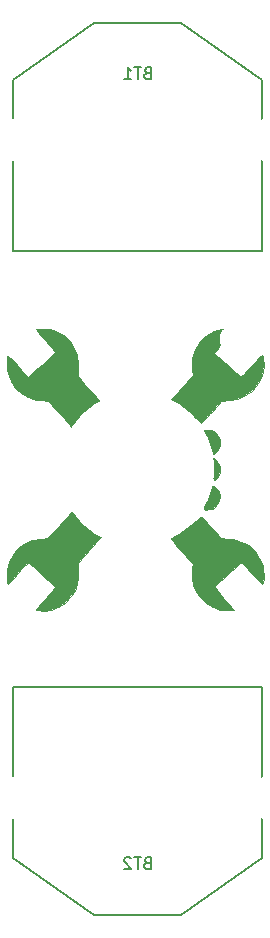
<source format=gbo>
G04 #@! TF.GenerationSoftware,KiCad,Pcbnew,(2017-01-24 revision 0b6147e)-makepkg*
G04 #@! TF.CreationDate,2017-06-09T12:43:39-07:00*
G04 #@! TF.ProjectId,POVSpinner,504F565370696E6E65722E6B69636164,rev?*
G04 #@! TF.FileFunction,Legend,Bot*
G04 #@! TF.FilePolarity,Positive*
%FSLAX46Y46*%
G04 Gerber Fmt 4.6, Leading zero omitted, Abs format (unit mm)*
G04 Created by KiCad (PCBNEW (2017-01-24 revision 0b6147e)-makepkg) date 06/09/17 12:43:39*
%MOMM*%
%LPD*%
G01*
G04 APERTURE LIST*
%ADD10C,0.100000*%
%ADD11C,0.150000*%
%ADD12C,0.010000*%
%ADD13R,4.360000X4.360000*%
%ADD14C,3.500000*%
%ADD15C,1.300000*%
%ADD16C,1.504000*%
%ADD17C,1.650006*%
%ADD18C,13.100000*%
%ADD19R,2.127200X2.127200*%
%ADD20O,2.127200X2.127200*%
G04 APERTURE END LIST*
D10*
D11*
X135141000Y-67598000D02*
X135141000Y-58200000D01*
X114059000Y-67598000D02*
X135141000Y-67598000D01*
X114059000Y-58200000D02*
X114059000Y-67598000D01*
X135141000Y-58200000D02*
X135141000Y-53120000D01*
X128283000Y-48294000D02*
X124600000Y-48294000D01*
X124600000Y-48294000D02*
X120917000Y-48294000D01*
X128283000Y-48294000D02*
X135141000Y-53120000D01*
X114059000Y-53120000D02*
X120917000Y-48294000D01*
X114059000Y-58200000D02*
X114059000Y-53120000D01*
X135141000Y-113900000D02*
X135141000Y-118980000D01*
X135141000Y-118980000D02*
X128283000Y-123806000D01*
X120917000Y-123806000D02*
X114059000Y-118980000D01*
X124600000Y-123806000D02*
X128283000Y-123806000D01*
X120917000Y-123806000D02*
X124600000Y-123806000D01*
X114059000Y-113900000D02*
X114059000Y-118980000D01*
X135141000Y-113900000D02*
X135141000Y-104502000D01*
X135141000Y-104502000D02*
X114059000Y-104502000D01*
X114059000Y-104502000D02*
X114059000Y-113900000D01*
D12*
G36*
X127929740Y-80708374D02*
X128319653Y-80927037D01*
X128757533Y-81208749D01*
X129165924Y-81502790D01*
X129277093Y-81590684D01*
X129558832Y-81817107D01*
X129789222Y-81996816D01*
X129938661Y-82107033D01*
X129978916Y-82130667D01*
X130045563Y-82070688D01*
X130202911Y-81905728D01*
X130430162Y-81658245D01*
X130706519Y-81350701D01*
X130830151Y-81211375D01*
X131642967Y-80292084D01*
X132308664Y-80246456D01*
X132988442Y-80143685D01*
X133574224Y-79925901D01*
X134109847Y-79576458D01*
X134142479Y-79550013D01*
X134597315Y-79076407D01*
X134944605Y-78506496D01*
X135169970Y-77878117D01*
X135259030Y-77229114D01*
X135220967Y-76712000D01*
X135169603Y-76525854D01*
X135122118Y-76436520D01*
X135047926Y-76473707D01*
X134884413Y-76618791D01*
X134652588Y-76851210D01*
X134373458Y-77150405D01*
X134235353Y-77304354D01*
X133939865Y-77632813D01*
X133681821Y-77910507D01*
X133482672Y-78115053D01*
X133363864Y-78224066D01*
X133342619Y-78236000D01*
X133264098Y-78182363D01*
X133085957Y-78036288D01*
X132833155Y-77820027D01*
X132530649Y-77555833D01*
X132203399Y-77265958D01*
X131876362Y-76972655D01*
X131574496Y-76698177D01*
X131322761Y-76464776D01*
X131146115Y-76294705D01*
X131069515Y-76210216D01*
X131068765Y-76208653D01*
X131114274Y-76130183D01*
X131254427Y-75949389D01*
X131470208Y-75689467D01*
X131742600Y-75373611D01*
X131894265Y-75201752D01*
X132189527Y-74866585D01*
X132440039Y-74576365D01*
X132626215Y-74354252D01*
X132728466Y-74223402D01*
X132742000Y-74199507D01*
X132664083Y-74181295D01*
X132456551Y-74175254D01*
X132158732Y-74182062D01*
X132043500Y-74187446D01*
X131644733Y-74219466D01*
X131340681Y-74279017D01*
X131056920Y-74385519D01*
X130809828Y-74509393D01*
X130216625Y-74914156D01*
X129744610Y-75421241D01*
X129404551Y-76009594D01*
X129207213Y-76658165D01*
X129163366Y-77345902D01*
X129196687Y-77663230D01*
X129265110Y-78096066D01*
X128731240Y-78695199D01*
X128419931Y-79044795D01*
X128079152Y-79427842D01*
X127773456Y-79771776D01*
X127721580Y-79830190D01*
X127245790Y-80366046D01*
X127929740Y-80708374D01*
X127929740Y-80708374D01*
G37*
X127929740Y-80708374D02*
X128319653Y-80927037D01*
X128757533Y-81208749D01*
X129165924Y-81502790D01*
X129277093Y-81590684D01*
X129558832Y-81817107D01*
X129789222Y-81996816D01*
X129938661Y-82107033D01*
X129978916Y-82130667D01*
X130045563Y-82070688D01*
X130202911Y-81905728D01*
X130430162Y-81658245D01*
X130706519Y-81350701D01*
X130830151Y-81211375D01*
X131642967Y-80292084D01*
X132308664Y-80246456D01*
X132988442Y-80143685D01*
X133574224Y-79925901D01*
X134109847Y-79576458D01*
X134142479Y-79550013D01*
X134597315Y-79076407D01*
X134944605Y-78506496D01*
X135169970Y-77878117D01*
X135259030Y-77229114D01*
X135220967Y-76712000D01*
X135169603Y-76525854D01*
X135122118Y-76436520D01*
X135047926Y-76473707D01*
X134884413Y-76618791D01*
X134652588Y-76851210D01*
X134373458Y-77150405D01*
X134235353Y-77304354D01*
X133939865Y-77632813D01*
X133681821Y-77910507D01*
X133482672Y-78115053D01*
X133363864Y-78224066D01*
X133342619Y-78236000D01*
X133264098Y-78182363D01*
X133085957Y-78036288D01*
X132833155Y-77820027D01*
X132530649Y-77555833D01*
X132203399Y-77265958D01*
X131876362Y-76972655D01*
X131574496Y-76698177D01*
X131322761Y-76464776D01*
X131146115Y-76294705D01*
X131069515Y-76210216D01*
X131068765Y-76208653D01*
X131114274Y-76130183D01*
X131254427Y-75949389D01*
X131470208Y-75689467D01*
X131742600Y-75373611D01*
X131894265Y-75201752D01*
X132189527Y-74866585D01*
X132440039Y-74576365D01*
X132626215Y-74354252D01*
X132728466Y-74223402D01*
X132742000Y-74199507D01*
X132664083Y-74181295D01*
X132456551Y-74175254D01*
X132158732Y-74182062D01*
X132043500Y-74187446D01*
X131644733Y-74219466D01*
X131340681Y-74279017D01*
X131056920Y-74385519D01*
X130809828Y-74509393D01*
X130216625Y-74914156D01*
X129744610Y-75421241D01*
X129404551Y-76009594D01*
X129207213Y-76658165D01*
X129163366Y-77345902D01*
X129196687Y-77663230D01*
X129265110Y-78096066D01*
X128731240Y-78695199D01*
X128419931Y-79044795D01*
X128079152Y-79427842D01*
X127773456Y-79771776D01*
X127721580Y-79830190D01*
X127245790Y-80366046D01*
X127929740Y-80708374D01*
G36*
X127454717Y-92053529D02*
X127557553Y-92195221D01*
X127735538Y-92409429D01*
X128001242Y-92713331D01*
X128367235Y-93124108D01*
X128399806Y-93160517D01*
X129264611Y-94127086D01*
X129196438Y-94558346D01*
X129167483Y-95237529D01*
X129287237Y-95884970D01*
X129539036Y-96481533D01*
X129906216Y-97008082D01*
X130372112Y-97445479D01*
X130920060Y-97774589D01*
X131533396Y-97976276D01*
X132195455Y-98031401D01*
X132219977Y-98030411D01*
X132773143Y-98005667D01*
X131909836Y-97035205D01*
X131613350Y-96697187D01*
X131363739Y-96403550D01*
X131179859Y-96177204D01*
X131080564Y-96041062D01*
X131068765Y-96013086D01*
X131139950Y-95933761D01*
X131312314Y-95767700D01*
X131560931Y-95537133D01*
X131860875Y-95264289D01*
X132187222Y-94971395D01*
X132515046Y-94680681D01*
X132819422Y-94414376D01*
X133075424Y-94194708D01*
X133258128Y-94043907D01*
X133342607Y-93984200D01*
X133343993Y-93984000D01*
X133420368Y-94044119D01*
X133586541Y-94209558D01*
X133821100Y-94457938D01*
X134102635Y-94766881D01*
X134235353Y-94915646D01*
X134529614Y-95238397D01*
X134786941Y-95503369D01*
X134986159Y-95690082D01*
X135106092Y-95778054D01*
X135128760Y-95779773D01*
X135193483Y-95626441D01*
X135231184Y-95355615D01*
X135241126Y-95017083D01*
X135222575Y-94660631D01*
X135174796Y-94336046D01*
X135151482Y-94240786D01*
X134880178Y-93560886D01*
X134482788Y-92988516D01*
X133971400Y-92533325D01*
X133358104Y-92204959D01*
X132654988Y-92013065D01*
X132310481Y-91973668D01*
X131634207Y-91927315D01*
X130826147Y-91008324D01*
X130536211Y-90682060D01*
X130285770Y-90406793D01*
X130095825Y-90205102D01*
X129987375Y-90099567D01*
X129971431Y-90089333D01*
X129890428Y-90140781D01*
X129713973Y-90278195D01*
X129474177Y-90476177D01*
X129364887Y-90569063D01*
X129079005Y-90801532D01*
X128736844Y-91061005D01*
X128373919Y-91322671D01*
X128025749Y-91561720D01*
X127727850Y-91753341D01*
X127515739Y-91872725D01*
X127471387Y-91891763D01*
X127424204Y-91918979D01*
X127414457Y-91967175D01*
X127454717Y-92053529D01*
X127454717Y-92053529D01*
G37*
X127454717Y-92053529D02*
X127557553Y-92195221D01*
X127735538Y-92409429D01*
X128001242Y-92713331D01*
X128367235Y-93124108D01*
X128399806Y-93160517D01*
X129264611Y-94127086D01*
X129196438Y-94558346D01*
X129167483Y-95237529D01*
X129287237Y-95884970D01*
X129539036Y-96481533D01*
X129906216Y-97008082D01*
X130372112Y-97445479D01*
X130920060Y-97774589D01*
X131533396Y-97976276D01*
X132195455Y-98031401D01*
X132219977Y-98030411D01*
X132773143Y-98005667D01*
X131909836Y-97035205D01*
X131613350Y-96697187D01*
X131363739Y-96403550D01*
X131179859Y-96177204D01*
X131080564Y-96041062D01*
X131068765Y-96013086D01*
X131139950Y-95933761D01*
X131312314Y-95767700D01*
X131560931Y-95537133D01*
X131860875Y-95264289D01*
X132187222Y-94971395D01*
X132515046Y-94680681D01*
X132819422Y-94414376D01*
X133075424Y-94194708D01*
X133258128Y-94043907D01*
X133342607Y-93984200D01*
X133343993Y-93984000D01*
X133420368Y-94044119D01*
X133586541Y-94209558D01*
X133821100Y-94457938D01*
X134102635Y-94766881D01*
X134235353Y-94915646D01*
X134529614Y-95238397D01*
X134786941Y-95503369D01*
X134986159Y-95690082D01*
X135106092Y-95778054D01*
X135128760Y-95779773D01*
X135193483Y-95626441D01*
X135231184Y-95355615D01*
X135241126Y-95017083D01*
X135222575Y-94660631D01*
X135174796Y-94336046D01*
X135151482Y-94240786D01*
X134880178Y-93560886D01*
X134482788Y-92988516D01*
X133971400Y-92533325D01*
X133358104Y-92204959D01*
X132654988Y-92013065D01*
X132310481Y-91973668D01*
X131634207Y-91927315D01*
X130826147Y-91008324D01*
X130536211Y-90682060D01*
X130285770Y-90406793D01*
X130095825Y-90205102D01*
X129987375Y-90099567D01*
X129971431Y-90089333D01*
X129890428Y-90140781D01*
X129713973Y-90278195D01*
X129474177Y-90476177D01*
X129364887Y-90569063D01*
X129079005Y-90801532D01*
X128736844Y-91061005D01*
X128373919Y-91322671D01*
X128025749Y-91561720D01*
X127727850Y-91753341D01*
X127515739Y-91872725D01*
X127471387Y-91891763D01*
X127424204Y-91918979D01*
X127414457Y-91967175D01*
X127454717Y-92053529D01*
G36*
X130163061Y-83169861D02*
X130210659Y-83257641D01*
X130372470Y-83586884D01*
X130537150Y-83977906D01*
X130635270Y-84247333D01*
X130729769Y-84526662D01*
X130803563Y-84734023D01*
X130840958Y-84825344D01*
X130841235Y-84825693D01*
X130934322Y-84822260D01*
X131088194Y-84723291D01*
X131257183Y-84564937D01*
X131391547Y-84390096D01*
X131534483Y-84002335D01*
X131524307Y-83592459D01*
X131390761Y-83256610D01*
X131120683Y-82958825D01*
X130765462Y-82771595D01*
X130467129Y-82723333D01*
X130194320Y-82736955D01*
X130061849Y-82796868D01*
X130056001Y-82931645D01*
X130163061Y-83169861D01*
X130163061Y-83169861D01*
G37*
X130163061Y-83169861D02*
X130210659Y-83257641D01*
X130372470Y-83586884D01*
X130537150Y-83977906D01*
X130635270Y-84247333D01*
X130729769Y-84526662D01*
X130803563Y-84734023D01*
X130840958Y-84825344D01*
X130841235Y-84825693D01*
X130934322Y-84822260D01*
X131088194Y-84723291D01*
X131257183Y-84564937D01*
X131391547Y-84390096D01*
X131534483Y-84002335D01*
X131524307Y-83592459D01*
X131390761Y-83256610D01*
X131120683Y-82958825D01*
X130765462Y-82771595D01*
X130467129Y-82723333D01*
X130194320Y-82736955D01*
X130061849Y-82796868D01*
X130056001Y-82931645D01*
X130163061Y-83169861D01*
G36*
X130907166Y-85338977D02*
X130909147Y-85348904D01*
X130935003Y-85563290D01*
X130954299Y-85885400D01*
X130963624Y-86253656D01*
X130964000Y-86339305D01*
X130973464Y-86723251D01*
X131007712Y-86946603D01*
X131075526Y-87017342D01*
X131185688Y-86943450D01*
X131346982Y-86732908D01*
X131366167Y-86704785D01*
X131527181Y-86325403D01*
X131533656Y-85919685D01*
X131391547Y-85543903D01*
X131229675Y-85333698D01*
X131055640Y-85182945D01*
X131040678Y-85174391D01*
X130916816Y-85119237D01*
X130880417Y-85163345D01*
X130907166Y-85338977D01*
X130907166Y-85338977D01*
G37*
X130907166Y-85338977D02*
X130909147Y-85348904D01*
X130935003Y-85563290D01*
X130954299Y-85885400D01*
X130963624Y-86253656D01*
X130964000Y-86339305D01*
X130973464Y-86723251D01*
X131007712Y-86946603D01*
X131075526Y-87017342D01*
X131185688Y-86943450D01*
X131346982Y-86732908D01*
X131366167Y-86704785D01*
X131527181Y-86325403D01*
X131533656Y-85919685D01*
X131391547Y-85543903D01*
X131229675Y-85333698D01*
X131055640Y-85182945D01*
X131040678Y-85174391D01*
X130916816Y-85119237D01*
X130880417Y-85163345D01*
X130907166Y-85338977D01*
G36*
X130182005Y-89448450D02*
X130330989Y-89497310D01*
X130569449Y-89484260D01*
X130833088Y-89418293D01*
X131023389Y-89330761D01*
X131317581Y-89065025D01*
X131498004Y-88721063D01*
X131552456Y-88343991D01*
X131468738Y-87978924D01*
X131415736Y-87879907D01*
X131249537Y-87672602D01*
X131067319Y-87532176D01*
X130915978Y-87491946D01*
X130885487Y-87503196D01*
X130824783Y-87608338D01*
X130765268Y-87812393D01*
X130754396Y-87865898D01*
X130688972Y-88100605D01*
X130572228Y-88421171D01*
X130428294Y-88761859D01*
X130414359Y-88792283D01*
X130288581Y-89082730D01*
X130205127Y-89311080D01*
X130178147Y-89437378D01*
X130182005Y-89448450D01*
X130182005Y-89448450D01*
G37*
X130182005Y-89448450D02*
X130330989Y-89497310D01*
X130569449Y-89484260D01*
X130833088Y-89418293D01*
X131023389Y-89330761D01*
X131317581Y-89065025D01*
X131498004Y-88721063D01*
X131552456Y-88343991D01*
X131468738Y-87978924D01*
X131415736Y-87879907D01*
X131249537Y-87672602D01*
X131067319Y-87532176D01*
X130915978Y-87491946D01*
X130885487Y-87503196D01*
X130824783Y-87608338D01*
X130765268Y-87812393D01*
X130754396Y-87865898D01*
X130688972Y-88100605D01*
X130572228Y-88421171D01*
X130428294Y-88761859D01*
X130414359Y-88792283D01*
X130288581Y-89082730D01*
X130205127Y-89311080D01*
X130178147Y-89437378D01*
X130182005Y-89448450D01*
G36*
X113479953Y-77355402D02*
X113516003Y-77686443D01*
X113559787Y-77902932D01*
X113817456Y-78594332D01*
X114202516Y-79179945D01*
X114702398Y-79649304D01*
X115304536Y-79991942D01*
X115996363Y-80197391D01*
X116372143Y-80245410D01*
X117006286Y-80293370D01*
X117989849Y-81402518D01*
X118310465Y-81764388D01*
X118590209Y-82080728D01*
X118810480Y-82330455D01*
X118952676Y-82492485D01*
X118998235Y-82545473D01*
X119065257Y-82504661D01*
X119227812Y-82368087D01*
X119460176Y-82158187D01*
X119688943Y-81943095D01*
X120042677Y-81627440D01*
X120434987Y-81312399D01*
X120803711Y-81046665D01*
X120960415Y-80947140D01*
X121237208Y-80780218D01*
X121447567Y-80648634D01*
X121557521Y-80573821D01*
X121566000Y-80565065D01*
X121512731Y-80497738D01*
X121364442Y-80323612D01*
X121138408Y-80062627D01*
X120851906Y-79734724D01*
X120522212Y-79359844D01*
X120502929Y-79337987D01*
X120132123Y-78915730D01*
X119860508Y-78598732D01*
X119674007Y-78366378D01*
X119558541Y-78198055D01*
X119500035Y-78073147D01*
X119484410Y-77971040D01*
X119497588Y-77871121D01*
X119498465Y-77867107D01*
X119530339Y-77630288D01*
X119548511Y-77311751D01*
X119550231Y-77107816D01*
X119461038Y-76433190D01*
X119225233Y-75813393D01*
X118861519Y-75266575D01*
X118388597Y-74810886D01*
X117825169Y-74464475D01*
X117189937Y-74245493D01*
X116525157Y-74172000D01*
X116245845Y-74180959D01*
X116048770Y-74204391D01*
X115978284Y-74235500D01*
X116031803Y-74318150D01*
X116178734Y-74502257D01*
X116398958Y-74763641D01*
X116672355Y-75078122D01*
X116789315Y-75210239D01*
X117075832Y-75538934D01*
X117313944Y-75824884D01*
X117484307Y-76043841D01*
X117567574Y-76171554D01*
X117572198Y-76191569D01*
X117501627Y-76271695D01*
X117329735Y-76438759D01*
X117081379Y-76670516D01*
X116781414Y-76944721D01*
X116454697Y-77239129D01*
X116126083Y-77531496D01*
X115820428Y-77799578D01*
X115562589Y-78021128D01*
X115377420Y-78173903D01*
X115289779Y-78235657D01*
X115287780Y-78236000D01*
X115213902Y-78175868D01*
X115050821Y-78010784D01*
X114820284Y-77763716D01*
X114544039Y-77457633D01*
X114446034Y-77347000D01*
X114158939Y-77026306D01*
X113909688Y-76757053D01*
X113720201Y-76562233D01*
X113612400Y-76464840D01*
X113598483Y-76458000D01*
X113531675Y-76534937D01*
X113488906Y-76737950D01*
X113471293Y-77025338D01*
X113479953Y-77355402D01*
X113479953Y-77355402D01*
G37*
X113479953Y-77355402D02*
X113516003Y-77686443D01*
X113559787Y-77902932D01*
X113817456Y-78594332D01*
X114202516Y-79179945D01*
X114702398Y-79649304D01*
X115304536Y-79991942D01*
X115996363Y-80197391D01*
X116372143Y-80245410D01*
X117006286Y-80293370D01*
X117989849Y-81402518D01*
X118310465Y-81764388D01*
X118590209Y-82080728D01*
X118810480Y-82330455D01*
X118952676Y-82492485D01*
X118998235Y-82545473D01*
X119065257Y-82504661D01*
X119227812Y-82368087D01*
X119460176Y-82158187D01*
X119688943Y-81943095D01*
X120042677Y-81627440D01*
X120434987Y-81312399D01*
X120803711Y-81046665D01*
X120960415Y-80947140D01*
X121237208Y-80780218D01*
X121447567Y-80648634D01*
X121557521Y-80573821D01*
X121566000Y-80565065D01*
X121512731Y-80497738D01*
X121364442Y-80323612D01*
X121138408Y-80062627D01*
X120851906Y-79734724D01*
X120522212Y-79359844D01*
X120502929Y-79337987D01*
X120132123Y-78915730D01*
X119860508Y-78598732D01*
X119674007Y-78366378D01*
X119558541Y-78198055D01*
X119500035Y-78073147D01*
X119484410Y-77971040D01*
X119497588Y-77871121D01*
X119498465Y-77867107D01*
X119530339Y-77630288D01*
X119548511Y-77311751D01*
X119550231Y-77107816D01*
X119461038Y-76433190D01*
X119225233Y-75813393D01*
X118861519Y-75266575D01*
X118388597Y-74810886D01*
X117825169Y-74464475D01*
X117189937Y-74245493D01*
X116525157Y-74172000D01*
X116245845Y-74180959D01*
X116048770Y-74204391D01*
X115978284Y-74235500D01*
X116031803Y-74318150D01*
X116178734Y-74502257D01*
X116398958Y-74763641D01*
X116672355Y-75078122D01*
X116789315Y-75210239D01*
X117075832Y-75538934D01*
X117313944Y-75824884D01*
X117484307Y-76043841D01*
X117567574Y-76171554D01*
X117572198Y-76191569D01*
X117501627Y-76271695D01*
X117329735Y-76438759D01*
X117081379Y-76670516D01*
X116781414Y-76944721D01*
X116454697Y-77239129D01*
X116126083Y-77531496D01*
X115820428Y-77799578D01*
X115562589Y-78021128D01*
X115377420Y-78173903D01*
X115289779Y-78235657D01*
X115287780Y-78236000D01*
X115213902Y-78175868D01*
X115050821Y-78010784D01*
X114820284Y-77763716D01*
X114544039Y-77457633D01*
X114446034Y-77347000D01*
X114158939Y-77026306D01*
X113909688Y-76757053D01*
X113720201Y-76562233D01*
X113612400Y-76464840D01*
X113598483Y-76458000D01*
X113531675Y-76534937D01*
X113488906Y-76737950D01*
X113471293Y-77025338D01*
X113479953Y-77355402D01*
G36*
X113498266Y-95548418D02*
X113547796Y-95720731D01*
X113598483Y-95762000D01*
X113674498Y-95701826D01*
X113839438Y-95536633D01*
X114071380Y-95289414D01*
X114348403Y-94983162D01*
X114446034Y-94873000D01*
X114732638Y-94552413D01*
X114980749Y-94283222D01*
X115168619Y-94088394D01*
X115274500Y-93990899D01*
X115287780Y-93984000D01*
X115366840Y-94037785D01*
X115545350Y-94184312D01*
X115798455Y-94401335D01*
X116101297Y-94666611D01*
X116429022Y-94957893D01*
X116756773Y-95252937D01*
X117059695Y-95529499D01*
X117312931Y-95765334D01*
X117491626Y-95938197D01*
X117570923Y-96025843D01*
X117572198Y-96028431D01*
X117528823Y-96113248D01*
X117390683Y-96298925D01*
X117177121Y-96561211D01*
X116907484Y-96875857D01*
X116789315Y-97009760D01*
X116500602Y-97338423D01*
X116257199Y-97623439D01*
X116079225Y-97840630D01*
X115986798Y-97965816D01*
X115978284Y-97984500D01*
X116055341Y-98016920D01*
X116257139Y-98039803D01*
X116525157Y-98048000D01*
X117212026Y-97969462D01*
X117845170Y-97745950D01*
X118405888Y-97395612D01*
X118875477Y-96936600D01*
X119235237Y-96387062D01*
X119466465Y-95765149D01*
X119550231Y-95112184D01*
X119543653Y-94786231D01*
X119519377Y-94485920D01*
X119497729Y-94349541D01*
X119482852Y-94246618D01*
X119496410Y-94144111D01*
X119552863Y-94020762D01*
X119666672Y-93855314D01*
X119852299Y-93626510D01*
X120124206Y-93313092D01*
X120459860Y-92935254D01*
X120785982Y-92565962D01*
X121068586Y-92238710D01*
X121289831Y-91974756D01*
X121431876Y-91795355D01*
X121477265Y-91723046D01*
X121408784Y-91646883D01*
X121233642Y-91513342D01*
X121002162Y-91359333D01*
X120746224Y-91178146D01*
X120416053Y-90915788D01*
X120057844Y-90610131D01*
X119775393Y-90353559D01*
X119484876Y-90084825D01*
X119242501Y-89868172D01*
X119072505Y-89724725D01*
X118999127Y-89675608D01*
X118998251Y-89676226D01*
X118937777Y-89746902D01*
X118783278Y-89923075D01*
X118553287Y-90183734D01*
X118266339Y-90507866D01*
X117991592Y-90817479D01*
X117006341Y-91926625D01*
X116366014Y-91975053D01*
X115631893Y-92107640D01*
X114983893Y-92382087D01*
X114433390Y-92788901D01*
X113991761Y-93318587D01*
X113670382Y-93961649D01*
X113559787Y-94317068D01*
X113503227Y-94622821D01*
X113474865Y-94957764D01*
X113473584Y-95280196D01*
X113498266Y-95548418D01*
X113498266Y-95548418D01*
G37*
X113498266Y-95548418D02*
X113547796Y-95720731D01*
X113598483Y-95762000D01*
X113674498Y-95701826D01*
X113839438Y-95536633D01*
X114071380Y-95289414D01*
X114348403Y-94983162D01*
X114446034Y-94873000D01*
X114732638Y-94552413D01*
X114980749Y-94283222D01*
X115168619Y-94088394D01*
X115274500Y-93990899D01*
X115287780Y-93984000D01*
X115366840Y-94037785D01*
X115545350Y-94184312D01*
X115798455Y-94401335D01*
X116101297Y-94666611D01*
X116429022Y-94957893D01*
X116756773Y-95252937D01*
X117059695Y-95529499D01*
X117312931Y-95765334D01*
X117491626Y-95938197D01*
X117570923Y-96025843D01*
X117572198Y-96028431D01*
X117528823Y-96113248D01*
X117390683Y-96298925D01*
X117177121Y-96561211D01*
X116907484Y-96875857D01*
X116789315Y-97009760D01*
X116500602Y-97338423D01*
X116257199Y-97623439D01*
X116079225Y-97840630D01*
X115986798Y-97965816D01*
X115978284Y-97984500D01*
X116055341Y-98016920D01*
X116257139Y-98039803D01*
X116525157Y-98048000D01*
X117212026Y-97969462D01*
X117845170Y-97745950D01*
X118405888Y-97395612D01*
X118875477Y-96936600D01*
X119235237Y-96387062D01*
X119466465Y-95765149D01*
X119550231Y-95112184D01*
X119543653Y-94786231D01*
X119519377Y-94485920D01*
X119497729Y-94349541D01*
X119482852Y-94246618D01*
X119496410Y-94144111D01*
X119552863Y-94020762D01*
X119666672Y-93855314D01*
X119852299Y-93626510D01*
X120124206Y-93313092D01*
X120459860Y-92935254D01*
X120785982Y-92565962D01*
X121068586Y-92238710D01*
X121289831Y-91974756D01*
X121431876Y-91795355D01*
X121477265Y-91723046D01*
X121408784Y-91646883D01*
X121233642Y-91513342D01*
X121002162Y-91359333D01*
X120746224Y-91178146D01*
X120416053Y-90915788D01*
X120057844Y-90610131D01*
X119775393Y-90353559D01*
X119484876Y-90084825D01*
X119242501Y-89868172D01*
X119072505Y-89724725D01*
X118999127Y-89675608D01*
X118998251Y-89676226D01*
X118937777Y-89746902D01*
X118783278Y-89923075D01*
X118553287Y-90183734D01*
X118266339Y-90507866D01*
X117991592Y-90817479D01*
X117006341Y-91926625D01*
X116366014Y-91975053D01*
X115631893Y-92107640D01*
X114983893Y-92382087D01*
X114433390Y-92788901D01*
X113991761Y-93318587D01*
X113670382Y-93961649D01*
X113559787Y-94317068D01*
X113503227Y-94622821D01*
X113474865Y-94957764D01*
X113473584Y-95280196D01*
X113498266Y-95548418D01*
D11*
X130956895Y-86080000D02*
G75*
G03X130956895Y-86080000I-6406895J0D01*
G01*
X125385714Y-52540571D02*
X125242857Y-52588190D01*
X125195238Y-52635809D01*
X125147619Y-52731047D01*
X125147619Y-52873904D01*
X125195238Y-52969142D01*
X125242857Y-53016761D01*
X125338095Y-53064380D01*
X125719047Y-53064380D01*
X125719047Y-52064380D01*
X125385714Y-52064380D01*
X125290476Y-52112000D01*
X125242857Y-52159619D01*
X125195238Y-52254857D01*
X125195238Y-52350095D01*
X125242857Y-52445333D01*
X125290476Y-52492952D01*
X125385714Y-52540571D01*
X125719047Y-52540571D01*
X124861904Y-52064380D02*
X124290476Y-52064380D01*
X124576190Y-53064380D02*
X124576190Y-52064380D01*
X123433333Y-53064380D02*
X124004761Y-53064380D01*
X123719047Y-53064380D02*
X123719047Y-52064380D01*
X123814285Y-52207238D01*
X123909523Y-52302476D01*
X124004761Y-52350095D01*
X125385714Y-119416571D02*
X125242857Y-119464190D01*
X125195238Y-119511809D01*
X125147619Y-119607047D01*
X125147619Y-119749904D01*
X125195238Y-119845142D01*
X125242857Y-119892761D01*
X125338095Y-119940380D01*
X125719047Y-119940380D01*
X125719047Y-118940380D01*
X125385714Y-118940380D01*
X125290476Y-118988000D01*
X125242857Y-119035619D01*
X125195238Y-119130857D01*
X125195238Y-119226095D01*
X125242857Y-119321333D01*
X125290476Y-119368952D01*
X125385714Y-119416571D01*
X125719047Y-119416571D01*
X124861904Y-118940380D02*
X124290476Y-118940380D01*
X124576190Y-119940380D02*
X124576190Y-118940380D01*
X124004761Y-119035619D02*
X123957142Y-118988000D01*
X123861904Y-118940380D01*
X123623809Y-118940380D01*
X123528571Y-118988000D01*
X123480952Y-119035619D01*
X123433333Y-119130857D01*
X123433333Y-119226095D01*
X123480952Y-119368952D01*
X124052380Y-119940380D01*
X123433333Y-119940380D01*
%LPC*%
D13*
X124600000Y-58200000D03*
D14*
X135155000Y-58200000D03*
X114045000Y-58200000D03*
X135155000Y-113900000D03*
X114045000Y-113900000D03*
D13*
X124600000Y-113900000D03*
D15*
X116242740Y-96593020D03*
X116242740Y-103393020D03*
D16*
X127002060Y-53070000D03*
X122002060Y-53070000D03*
D17*
X121070000Y-50400000D03*
X127930000Y-50400000D03*
D18*
X124550000Y-86080000D03*
D19*
X135090000Y-75050000D03*
D20*
X132550000Y-75050000D03*
X135090000Y-72510000D03*
X132550000Y-72510000D03*
X135090000Y-69970000D03*
X132550000Y-69970000D03*
M02*

</source>
